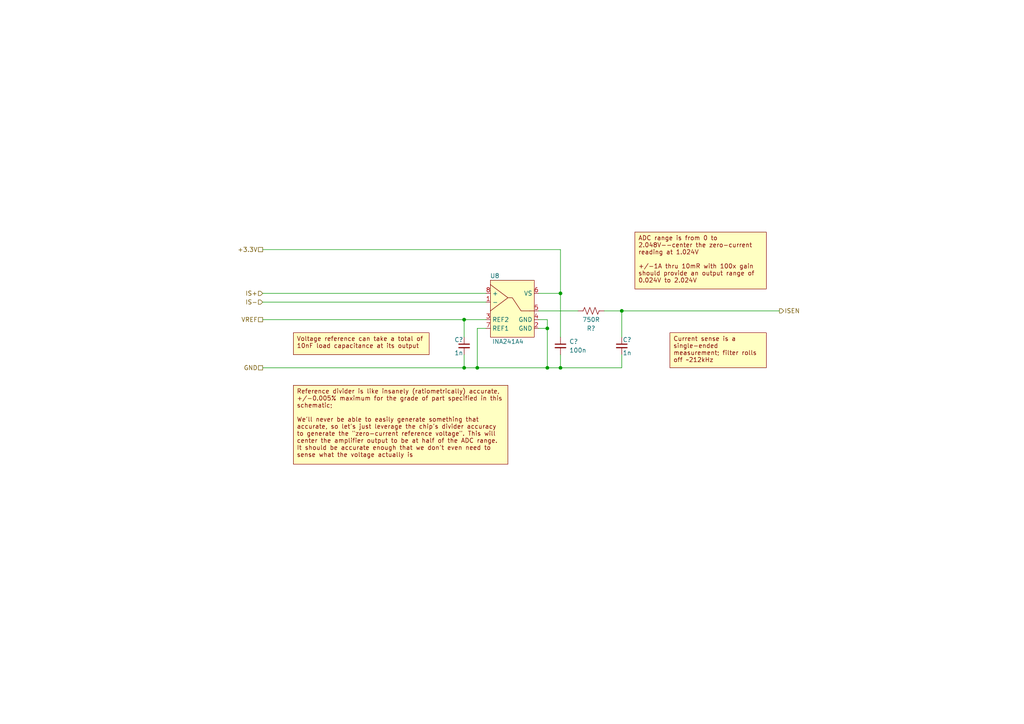
<source format=kicad_sch>
(kicad_sch (version 20230121) (generator eeschema)
  (paper "A4")
  (title_block (title "Shim Amplifier Prototype") (date "2023-08-01") (rev "A.1") (company "Ishaan Govindarajan"))
  (lib_symbols
    (symbol "Custom-AnalogIC:INA241A4"
      (property "Reference" "U" (at -3.81 10.16 0))
      (property "Value" "INA241A4" (at -1.27 -8.89 0))
      (symbol "INA241A4_0_1"
        (polyline (pts (xy -5.08 0) (xy -6.35 0)))
      )
      (symbol "INA241A4_1_1"
        (rectangle (start -6.35 8.89) (end 6.35 -7.62) (fill (type background)))
        (polyline (pts (xy 1.27 3.81) (xy 6.35 0)))
        (polyline (pts (xy 6.35 7.62) (xy 1.27 3.81)))
        (polyline (pts (xy -5.08 0) (xy -2.54 0) (xy 0 3.81) (xy 1.27 3.81)))
        (pin passive line (at 7.62 2.54 180) (length 1.27) (name "-") (number "1"))
        (pin power_in line (at -7.62 -5.08 0) (length 1.27) (name "GND") (number "2"))
        (pin passive line (at 7.62 -2.54 180) (length 1.27) (name "REF2") (number "3"))
        (pin power_in line (at -7.62 -2.54 0) (length 1.27) (name "GND") (number "4"))
        (pin output line (at -7.62 0 0) (length 1.27) (name "") (number "5"))
        (pin power_in line (at -7.62 5.08 0) (length 1.27) (name "VS") (number "6"))
        (pin passive line (at 7.62 -5.08 180) (length 1.27) (name "REF1") (number "7"))
        (pin passive line (at 7.62 5.08 180) (length 1.27) (name "+") (number "8"))
      )
    )
    (symbol "Custom-Capacitor:CL10B102KB8NNNC" (pin_numbers hide) (pin_names (offset 0.254) hide)
      (property "Reference" "C" (at 0.254 1.778 0))
      (property "Value" "1n" (at 0.254 -2.032 0))
      (symbol "CL10B102KB8NNNC_0_1"
        (polyline (pts (xy -1.524 -0.508) (xy 1.524 -0.508)) (stroke (width 0.3302)))
        (polyline (pts (xy -1.524 0.508) (xy 1.524 0.508)) (stroke (width 0.3048)))
      )
      (symbol "CL10B102KB8NNNC_1_1"
        (pin passive line (at 0 2.54 270) (length 2.032) (name "~") (number "1"))
        (pin passive line (at 0 -2.54 90) (length 2.032) (name "~") (number "2"))
      )
    )
    (symbol "Custom-Capacitor:CL10B104KB8NNWC" (pin_numbers hide) (pin_names (offset 0.254) hide)
      (property "Reference" "C" (at 0.254 1.778 0))
      (property "Value" "100n" (at 0.254 -2.032 0))
      (symbol "CL10B104KB8NNWC_0_1"
        (polyline (pts (xy -1.524 -0.508) (xy 1.524 -0.508)) (stroke (width 0.3302)))
        (polyline (pts (xy -1.524 0.508) (xy 1.524 0.508)) (stroke (width 0.3048)))
      )
      (symbol "CL10B104KB8NNWC_1_1"
        (pin passive line (at 0 2.54 270) (length 2.032) (name "~") (number "1"))
        (pin passive line (at 0 -2.54 90) (length 2.032) (name "~") (number "2"))
      )
    )
    (symbol "Custom-Resistor:RMCF0603FT750R" (pin_numbers hide) (pin_names (offset 0))
      (property "Reference" "R" (at 2.54 0 90))
      (property "Value" "750R" (at -2.54 0 90))
      (symbol "RMCF0603FT750R_0_1"
        (polyline (pts (xy 0 -2.286) (xy 0 -2.54)))
        (polyline (pts (xy 0 2.286) (xy 0 2.54)))
        (polyline (pts (xy 0 -0.762) (xy 1.016 -1.143) (xy 0 -1.524) (xy -1.016 -1.905) (xy 0 -2.286)))
        (polyline (pts (xy 0 0.762) (xy 1.016 0.381) (xy 0 0) (xy -1.016 -0.381) (xy 0 -0.762)))
        (polyline (pts (xy 0 2.286) (xy 1.016 1.905) (xy 0 1.524) (xy -1.016 1.143) (xy 0 0.762)))
      )
      (symbol "RMCF0603FT750R_1_1"
        (pin passive line (at 0 3.81 270) (length 1.27) (name "~") (number "1"))
        (pin passive line (at 0 -3.81 90) (length 1.27) (name "~") (number "2"))
      )
    )
  )
  (junction (at 162.56 106.68))
  (junction (at 134.62 106.68))
  (junction (at 158.75 106.68))
  (junction (at 138.43 106.68))
  (junction (at 180.34 90.17))
  (junction (at 134.62 92.71))
  (junction (at 158.75 95.25))
  (junction (at 162.56 85.09))
  (wire (pts (xy 76.2 72.39) (xy 162.56 72.39)))
  (wire (pts (xy 158.75 95.25) (xy 158.75 106.68)))
  (wire (pts (xy 76.2 106.68) (xy 134.62 106.68)))
  (wire (pts (xy 180.34 90.17) (xy 180.34 97.79)))
  (wire (pts (xy 134.62 106.68) (xy 138.43 106.68)))
  (wire (pts (xy 140.97 95.25) (xy 138.43 95.25)))
  (wire (pts (xy 134.62 92.71) (xy 140.97 92.71)))
  (wire (pts (xy 162.56 97.79) (xy 162.56 85.09)))
  (wire (pts (xy 76.2 92.71) (xy 134.62 92.71)))
  (wire (pts (xy 167.64 90.17) (xy 156.21 90.17)))
  (wire (pts (xy 134.62 102.87) (xy 134.62 106.68)))
  (wire (pts (xy 180.34 90.17) (xy 226.06 90.17)))
  (wire (pts (xy 158.75 95.25) (xy 156.21 95.25)))
  (wire (pts (xy 162.56 72.39) (xy 162.56 85.09)))
  (wire (pts (xy 156.21 92.71) (xy 158.75 92.71)))
  (wire (pts (xy 180.34 90.17) (xy 175.26 90.17)))
  (wire (pts (xy 180.34 106.68) (xy 162.56 106.68)))
  (wire (pts (xy 138.43 106.68) (xy 158.75 106.68)))
  (wire (pts (xy 180.34 102.87) (xy 180.34 106.68)))
  (wire (pts (xy 162.56 106.68) (xy 158.75 106.68)))
  (wire (pts (xy 162.56 85.09) (xy 156.21 85.09)))
  (wire (pts (xy 158.75 92.71) (xy 158.75 95.25)))
  (wire (pts (xy 134.62 92.71) (xy 134.62 97.79)))
  (wire (pts (xy 138.43 95.25) (xy 138.43 106.68)))
  (wire (pts (xy 162.56 102.87) (xy 162.56 106.68)))
  (wire (pts (xy 76.2 87.63) (xy 140.97 87.63)))
  (wire (pts (xy 76.2 85.09) (xy 140.97 85.09)))
  (text_box "Voltage reference can take a total of 10nF load capacitance at its output" (at 85.09 96.52 0) (size 39.37 6.35) (stroke (width 0) (color 132 0 0 1)) (fill (type color) (color 255 255 194 1)) (effects (font (size 1.27 1.27)) (justify left top)))
  (text_box "Reference divider is like insanely (ratiometrically) accurate, +/-0.005% maximum for the grade of part specified in this schematic;\n\nWe'll never be able to easily generate something that accurate, so let's just leverage the chip's divider accuracy to generate the \"zero-current reference voltage\". This will center the amplifier output to be at half of the ADC range. It should be accurate enough that we don't even need to sense what the voltage actually is" (at 85.09 111.76 0) (size 62.23 22.86) (stroke (width 0) (color 132 0 0 1)) (fill (type color) (color 255 255 194 1)) (effects (font (size 1.27 1.27)) (justify left top)))
  (text_box "Current sense is a single-ended measurement; filter rolls off ~212kHz" (at 194.31 96.52 0) (size 27.94 10.16) (stroke (width 0) (color 132 0 0 1)) (fill (type color) (color 255 255 194 1)) (effects (font (size 1.27 1.27)) (justify left top)))
  (text_box "ADC range is from 0 to 2.048V--center the zero-current reading at 1.024V\n\n+/-1A thru 10mR with 100x gain should provide an output range of 0.024V to 2.024V" (at 184.15 67.31 0) (size 38.1 16.51) (stroke (width 0) (color 132 0 0 1)) (fill (type color) (color 255 255 194 1)) (effects (font (size 1.27 1.27)) (justify left top)))
  (hierarchical_label "IS-" (shape input) (at 76.2 87.63 180))
  (hierarchical_label "GND" (shape passive) (at 76.2 106.68 180))
  (hierarchical_label "VREF" (shape passive) (at 76.2 92.71 180))
  (hierarchical_label "IS+" (shape input) (at 76.2 85.09 180))
  (hierarchical_label "ISEN" (shape output) (at 226.06 90.17 0))
  (hierarchical_label "+3.3V" (shape passive) (at 76.2 72.39 180))
  (symbol (lib_id "Custom-Capacitor:CL10B104KB8NNWC") (at 162.56 100.33 0) (mirror y) (unit 1)
    (property "Reference" "C?" (at 165.1 99.0663 0) (effects (justify right)))
    (property "Value" "100n" (at 165.1 101.6063 0) (effects (justify right)))
    (property "Footprint" "Capacitor_SMD:C_0603_1608Metric_Pad1.08x0.95mm_HandSolder" (effects hide))
    (property "Datasheet" "https://product.samsungsem.com/mlcc/CL31B106KAHNFN.do" (effects hide))
    (property "Manufacturer" "Samsung Electro-Mechanics" (effects hide))
    (property "Part Number" "CL10B104KB8NNWC" (effects hide))
    (instances (project "Class-D Prorotype RevB2" (path "" (reference "C?") (unit 1)) (path "" (reference "C?") (unit 1)) (path "" (reference "C124") (unit 1))))
  )
  (symbol (lib_id "Custom-Capacitor:CL10B102KB8NNNC") (at 180.34 100.33 0) (unit 1)
    (property "Reference" "C?" (at 180.594 98.552 0) (effects (justify left)))
    (property "Value" "1n" (at 180.594 102.362 0) (effects (justify left)))
    (property "Footprint" "Capacitor_SMD:C_0603_1608Metric_Pad1.08x0.95mm_HandSolder" (effects hide))
    (property "Datasheet" "https://product.samsungsem.com/mlcc/CL10B102KB8NNN.do" (effects hide))
    (property "Manufacturer" "Samsung Electro-Mechanics" (effects hide))
    (property "Part Number" "CL10B102KB8NNNC" (effects hide))
    (instances (project "Class-D Prorotype RevB2" (path "" (reference "C?") (unit 1)) (path "" (reference "C?") (unit 1)) (path "" (reference "C125") (unit 1))))
  )
  (symbol (lib_id "Custom-Capacitor:CL10B102KB8NNNC") (at 134.62 100.33 0) (mirror y) (unit 1)
    (property "Reference" "C?" (at 134.366 98.552 0) (effects (justify left)))
    (property "Value" "1n" (at 134.366 102.362 0) (effects (justify left)))
    (property "Footprint" "Capacitor_SMD:C_0603_1608Metric_Pad1.08x0.95mm_HandSolder" (effects hide))
    (property "Datasheet" "https://product.samsungsem.com/mlcc/CL10B102KB8NNN.do" (effects hide))
    (property "Manufacturer" "Samsung Electro-Mechanics" (effects hide))
    (property "Part Number" "CL10B102KB8NNNC" (effects hide))
    (instances (project "Class-D Prorotype RevB2" (path "" (reference "C?") (unit 1)) (path "" (reference "C123") (unit 1))))
  )
  (symbol (lib_id "Custom-AnalogIC:INA241A4") (at 148.59 90.17 0) (mirror y) (unit 1)
    (property "Reference" "U8" (at 143.51 80.01 0))
    (property "Value" "INA241A4" (at 147.32 99.06 0))
    (property "Footprint" "Package_TO_SOT_SMD:SOT-23-8_Handsoldering" (effects hide))
    (property "Datasheet" "https://www.ti.com/lit/ds/symlink/ina241a.pdf" (effects hide))
    (property "Manufacturer" "Texas Instruments" (effects hide))
    (property "Part Number" "INA241A4IDDFR" (effects hide))
  )
  (symbol (lib_id "Custom-Resistor:RMCF0603FT750R") (at 171.45 90.17 270) (unit 1)
    (property "Reference" "R?" (at 171.45 95.25 90))
    (property "Value" "750R" (at 171.45 92.71 90))
    (property "Footprint" "Resistor_SMD:R_0603_1608Metric_Pad0.98x0.95mm_HandSolder" (effects hide))
    (property "Datasheet" "https://www.seielect.com/Catalog/SEI-RMCF_RMCP.pdf" (effects hide))
    (property "Manufacturer" "Stackpole Electronics Inc" (effects hide))
    (property "Part Number" "RMCF0603FT750R" (effects hide))
    (instances (project "Class-D Prorotype RevB2" (path "" (reference "R?") (unit 1)) (path "" (reference "R?") (unit 1)) (path "" (reference "R45") (unit 1))))
  )
)
</source>
